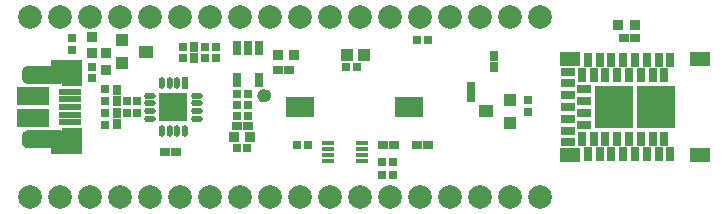
<source format=gts>
G04 Layer_Color=8388736*
%FSLAX24Y24*%
%MOIN*%
G70*
G01*
G75*
%ADD40C,0.0240*%
%ADD63R,0.0946X0.0946*%
%ADD64O,0.0395X0.0218*%
%ADD65O,0.0218X0.0395*%
%ADD66R,0.0218X0.0395*%
%ADD67R,0.0316X0.0493*%
%ADD68R,0.0434X0.0434*%
%ADD69R,0.0513X0.0434*%
%ADD70R,0.0316X0.0277*%
%ADD71R,0.0395X0.0178*%
%ADD72R,0.0938X0.0710*%
%ADD73R,0.0316X0.0474*%
%ADD74R,0.0474X0.0316*%
%ADD75R,0.1261X0.1419*%
%ADD76R,0.0671X0.0474*%
%ADD77R,0.1064X0.0641*%
%ADD78R,0.0769X0.0237*%
%ADD79R,0.0380X0.0380*%
%ADD80R,0.0395X0.0395*%
%ADD81R,0.0297X0.0297*%
%ADD82R,0.0332X0.0293*%
%ADD83R,0.0293X0.0332*%
%ADD84C,0.0159*%
%ADD85R,0.0297X0.0297*%
%ADD86R,0.0380X0.0380*%
%ADD87R,0.0655X0.0867*%
%ADD88C,0.0789*%
%ADD89O,0.0749X0.0552*%
%ADD90O,0.0631X0.0474*%
G36*
X1515Y-777D02*
X1520Y-778D01*
X1525Y-780D01*
X1530Y-782D01*
X1534Y-785D01*
X1538Y-789D01*
X1542Y-793D01*
X1545Y-797D01*
X1547Y-802D01*
X1549Y-807D01*
X1550Y-812D01*
X1550Y-817D01*
Y-1535D01*
X1550Y-1541D01*
X1549Y-1546D01*
X1547Y-1551D01*
X1545Y-1555D01*
X1542Y-1560D01*
X1538Y-1564D01*
X1534Y-1567D01*
X1530Y-1570D01*
X1525Y-1572D01*
X1520Y-1574D01*
X1515Y-1575D01*
X1510Y-1576D01*
X1234D01*
X1229Y-1575D01*
X1224Y-1574D01*
X1219Y-1572D01*
X1214Y-1570D01*
X1210Y-1567D01*
X1206Y-1564D01*
X1202Y-1560D01*
X1200Y-1555D01*
X1197Y-1551D01*
X1196Y-1546D01*
X1195Y-1541D01*
X1194Y-1535D01*
Y-1369D01*
X427D01*
X426Y-1369D01*
X425Y-1369D01*
X410Y-1368D01*
X409Y-1368D01*
X408Y-1368D01*
X393Y-1366D01*
X392Y-1366D01*
X392Y-1366D01*
X390Y-1366D01*
X387Y-1365D01*
X387Y-1365D01*
X387Y-1365D01*
X380Y-1364D01*
X379Y-1363D01*
X378Y-1363D01*
X371Y-1361D01*
X371Y-1361D01*
X357Y-1356D01*
X356Y-1356D01*
X355Y-1356D01*
X354Y-1355D01*
X352Y-1355D01*
X351Y-1354D01*
X351Y-1354D01*
X336Y-1346D01*
X334Y-1346D01*
X333Y-1345D01*
X319Y-1337D01*
X317Y-1336D01*
X316Y-1334D01*
X303Y-1325D01*
X302Y-1324D01*
X301Y-1323D01*
X289Y-1313D01*
X289Y-1313D01*
X289Y-1313D01*
X287Y-1311D01*
X285Y-1309D01*
X285Y-1309D01*
X285Y-1309D01*
X275Y-1297D01*
X274Y-1296D01*
X273Y-1295D01*
X263Y-1282D01*
X263Y-1282D01*
X263Y-1281D01*
X261Y-1279D01*
X260Y-1277D01*
X260Y-1277D01*
X260Y-1277D01*
X252Y-1263D01*
X251Y-1262D01*
X251Y-1261D01*
X244Y-1246D01*
X244Y-1246D01*
X244Y-1246D01*
X243Y-1244D01*
X242Y-1241D01*
X242Y-1241D01*
X242Y-1241D01*
X237Y-1225D01*
X236Y-1222D01*
X235Y-1220D01*
X233Y-1208D01*
X233Y-1207D01*
X233Y-1206D01*
X231Y-1191D01*
X231Y-1190D01*
X230Y-1188D01*
X230Y-1173D01*
X230Y-1172D01*
X230Y-1171D01*
Y-974D01*
X230Y-973D01*
X230Y-973D01*
X230Y-956D01*
X231Y-953D01*
X231Y-951D01*
X233Y-935D01*
X234Y-933D01*
X234Y-931D01*
X238Y-915D01*
X239Y-913D01*
X240Y-911D01*
X246Y-896D01*
X247Y-894D01*
X248Y-891D01*
X254Y-879D01*
X255Y-878D01*
X255Y-878D01*
X262Y-865D01*
X264Y-863D01*
X265Y-861D01*
X274Y-849D01*
X275Y-848D01*
X275Y-848D01*
X276Y-846D01*
X278Y-845D01*
X278Y-844D01*
X278Y-844D01*
X289Y-834D01*
X289Y-833D01*
X290Y-833D01*
X301Y-823D01*
X301Y-823D01*
X301Y-822D01*
X303Y-821D01*
X305Y-819D01*
X305Y-819D01*
X305Y-819D01*
X317Y-811D01*
X318Y-810D01*
X318Y-810D01*
X332Y-801D01*
X332Y-801D01*
X333Y-801D01*
X335Y-800D01*
X337Y-799D01*
X337Y-799D01*
X337Y-798D01*
X351Y-792D01*
X353Y-792D01*
X354Y-791D01*
X366Y-786D01*
X368Y-786D01*
X369Y-786D01*
X376Y-784D01*
X377Y-783D01*
X378Y-783D01*
X385Y-781D01*
X385Y-781D01*
X386Y-781D01*
X394Y-780D01*
X394Y-780D01*
X394Y-780D01*
X402Y-778D01*
X403Y-778D01*
X403Y-778D01*
X405Y-778D01*
X408Y-777D01*
X408Y-777D01*
X408Y-777D01*
X417Y-777D01*
X418Y-777D01*
X419Y-777D01*
X1510D01*
X1515Y-777D01*
D02*
G37*
G36*
X1515Y1575D02*
X1520Y1574D01*
X1525Y1572D01*
X1530Y1570D01*
X1534Y1567D01*
X1538Y1564D01*
X1542Y1560D01*
X1545Y1555D01*
X1547Y1551D01*
X1549Y1546D01*
X1550Y1541D01*
X1550Y1535D01*
Y817D01*
X1550Y812D01*
X1549Y807D01*
X1547Y802D01*
X1545Y797D01*
X1542Y793D01*
X1538Y789D01*
X1534Y785D01*
X1530Y782D01*
X1525Y780D01*
X1520Y778D01*
X1515Y777D01*
X1510Y777D01*
X419D01*
X418Y777D01*
X417Y777D01*
X408Y777D01*
X408Y777D01*
X408Y777D01*
X405Y778D01*
X403Y778D01*
X403Y778D01*
X402Y778D01*
X394Y780D01*
X394Y780D01*
X394Y780D01*
X386Y781D01*
X385Y781D01*
X385Y781D01*
X378Y783D01*
X377Y783D01*
X376Y784D01*
X369Y786D01*
X368Y786D01*
X366Y786D01*
X354Y791D01*
X353Y792D01*
X351Y792D01*
X337Y798D01*
X337Y799D01*
X337Y799D01*
X335Y800D01*
X333Y801D01*
X332Y801D01*
X332Y801D01*
X318Y810D01*
X318Y810D01*
X317Y811D01*
X305Y819D01*
X305Y819D01*
X305Y819D01*
X303Y821D01*
X301Y822D01*
X301Y823D01*
X301Y823D01*
X290Y833D01*
X289Y833D01*
X289Y834D01*
X278Y844D01*
X278Y844D01*
X278Y845D01*
X276Y846D01*
X275Y848D01*
X275Y848D01*
X274Y849D01*
X265Y861D01*
X264Y863D01*
X262Y865D01*
X255Y878D01*
X255Y878D01*
X254Y879D01*
X248Y891D01*
X247Y894D01*
X246Y896D01*
X240Y911D01*
X239Y913D01*
X238Y915D01*
X234Y931D01*
X234Y933D01*
X233Y935D01*
X231Y951D01*
X231Y953D01*
X230Y956D01*
X230Y973D01*
X230Y973D01*
X230Y974D01*
Y1171D01*
X230Y1172D01*
X230Y1173D01*
X230Y1188D01*
X231Y1190D01*
X231Y1191D01*
X233Y1206D01*
X233Y1207D01*
X233Y1208D01*
X235Y1220D01*
X236Y1222D01*
X237Y1225D01*
X242Y1241D01*
X242Y1241D01*
X242Y1241D01*
X243Y1244D01*
X244Y1246D01*
X244Y1246D01*
X244Y1246D01*
X251Y1261D01*
X251Y1262D01*
X252Y1263D01*
X260Y1277D01*
X260Y1277D01*
X260Y1277D01*
X261Y1279D01*
X263Y1281D01*
X263Y1282D01*
X263Y1282D01*
X273Y1295D01*
X274Y1296D01*
X275Y1297D01*
X285Y1309D01*
X285Y1309D01*
X285Y1309D01*
X287Y1311D01*
X289Y1313D01*
X289Y1313D01*
X289Y1313D01*
X301Y1323D01*
X302Y1324D01*
X303Y1325D01*
X316Y1334D01*
X317Y1336D01*
X319Y1337D01*
X333Y1345D01*
X334Y1346D01*
X336Y1346D01*
X351Y1354D01*
X351Y1354D01*
X352Y1355D01*
X354Y1355D01*
X355Y1356D01*
X356Y1356D01*
X357Y1356D01*
X371Y1361D01*
X371Y1361D01*
X378Y1363D01*
X379Y1363D01*
X380Y1364D01*
X387Y1365D01*
X387Y1365D01*
X387Y1365D01*
X390Y1366D01*
X392Y1366D01*
X392Y1366D01*
X393Y1366D01*
X408Y1368D01*
X409Y1368D01*
X410Y1368D01*
X425Y1369D01*
X426Y1369D01*
X427Y1369D01*
X1194D01*
Y1535D01*
X1195Y1541D01*
X1196Y1546D01*
X1197Y1551D01*
X1200Y1555D01*
X1202Y1560D01*
X1206Y1564D01*
X1210Y1567D01*
X1214Y1570D01*
X1219Y1572D01*
X1224Y1574D01*
X1229Y1575D01*
X1234Y1576D01*
X1510D01*
X1515Y1575D01*
D02*
G37*
D40*
X8421Y379D02*
G03*
X8421Y379I-110J0D01*
G01*
X8399D02*
G03*
X8399Y379I-110J0D01*
G01*
D63*
X5275Y0D02*
D03*
D64*
X6070Y384D02*
D03*
Y128D02*
D03*
Y-128D02*
D03*
Y-384D02*
D03*
X4480Y-386D02*
D03*
Y-130D02*
D03*
Y126D02*
D03*
Y382D02*
D03*
D65*
X5659Y-795D02*
D03*
X5403D02*
D03*
X5147D02*
D03*
X4891D02*
D03*
Y795D02*
D03*
X5147D02*
D03*
X5403D02*
D03*
D66*
X5659D02*
D03*
D67*
X8134Y1962D02*
D03*
X7760D02*
D03*
X7386D02*
D03*
Y918D02*
D03*
X8134D02*
D03*
D68*
X3550Y2230D02*
D03*
Y1480D02*
D03*
X16490Y-520D02*
D03*
Y230D02*
D03*
D69*
X4350Y1850D02*
D03*
X15690Y-140D02*
D03*
D70*
X3000Y200D02*
D03*
Y594D02*
D03*
X2550Y956D02*
D03*
Y1350D02*
D03*
X17110Y-164D02*
D03*
Y230D02*
D03*
X1900Y2300D02*
D03*
Y1906D02*
D03*
X3000Y-192D02*
D03*
Y-585D02*
D03*
D71*
X10433Y-1205D02*
D03*
Y-1402D02*
D03*
Y-1598D02*
D03*
Y-1795D02*
D03*
X11567Y-1205D02*
D03*
Y-1402D02*
D03*
Y-1598D02*
D03*
Y-1795D02*
D03*
D72*
X9500Y0D02*
D03*
X13122D02*
D03*
D73*
X21840Y-1575D02*
D03*
X21447D02*
D03*
X21053D02*
D03*
X20659D02*
D03*
X20266D02*
D03*
X19872D02*
D03*
X19478D02*
D03*
X19084D02*
D03*
X21644Y-1063D02*
D03*
X21250D02*
D03*
X20856D02*
D03*
X20462D02*
D03*
X20069D02*
D03*
X19675D02*
D03*
X19281D02*
D03*
X18888D02*
D03*
Y1063D02*
D03*
X19281D02*
D03*
X19675D02*
D03*
X20069D02*
D03*
X20462D02*
D03*
X20856D02*
D03*
X21250D02*
D03*
X21644D02*
D03*
X19084Y1575D02*
D03*
X19478D02*
D03*
X19872D02*
D03*
X20266D02*
D03*
X20659D02*
D03*
X21053D02*
D03*
X21447D02*
D03*
X21840D02*
D03*
D74*
X18947Y-591D02*
D03*
Y-197D02*
D03*
Y197D02*
D03*
Y591D02*
D03*
X18435Y-1181D02*
D03*
Y-787D02*
D03*
Y-394D02*
D03*
Y0D02*
D03*
Y394D02*
D03*
Y787D02*
D03*
Y1181D02*
D03*
D75*
X21368Y0D02*
D03*
X19951D02*
D03*
D76*
X22825Y1614D02*
D03*
X18494D02*
D03*
Y-1614D02*
D03*
X22825D02*
D03*
D77*
X604Y-379D02*
D03*
Y379D02*
D03*
D78*
X1815Y-512D02*
D03*
Y-256D02*
D03*
Y512D02*
D03*
Y256D02*
D03*
Y0D02*
D03*
D79*
X7290Y-1010D02*
D03*
X7840D02*
D03*
X20100Y2750D02*
D03*
X20650D02*
D03*
X9300Y1750D02*
D03*
X8750D02*
D03*
D80*
X11050Y1751D02*
D03*
X11641D02*
D03*
D81*
X12243Y-2250D02*
D03*
X12597D02*
D03*
X13393Y2230D02*
D03*
X13747D02*
D03*
X4077Y197D02*
D03*
X3723D02*
D03*
Y-192D02*
D03*
X4077D02*
D03*
X7383Y-1380D02*
D03*
X7737D02*
D03*
X7393Y430D02*
D03*
X7747D02*
D03*
Y70D02*
D03*
X7393D02*
D03*
Y-300D02*
D03*
X7747D02*
D03*
X11043Y1340D02*
D03*
X11397D02*
D03*
X9750Y-1250D02*
D03*
X9396D02*
D03*
X12597Y-1840D02*
D03*
X12243D02*
D03*
D82*
X20297Y2296D02*
D03*
X20659D02*
D03*
X5000Y-1500D02*
D03*
X5362D02*
D03*
X7389Y-640D02*
D03*
X7751D02*
D03*
X13750Y-1250D02*
D03*
X13388D02*
D03*
X9112Y1250D02*
D03*
X8750D02*
D03*
X12250Y-1250D02*
D03*
X12612D02*
D03*
D83*
X15950Y1339D02*
D03*
Y1701D02*
D03*
X15200Y319D02*
D03*
Y681D02*
D03*
X3390Y560D02*
D03*
Y198D02*
D03*
Y-189D02*
D03*
Y-551D02*
D03*
X5960Y2001D02*
D03*
Y1639D02*
D03*
D84*
X8433Y379D02*
D03*
X8167D02*
D03*
D85*
X6700Y1997D02*
D03*
Y1643D02*
D03*
X6320D02*
D03*
Y1997D02*
D03*
X5600Y2000D02*
D03*
Y1646D02*
D03*
D86*
X2550Y1800D02*
D03*
Y2350D02*
D03*
X3020Y1800D02*
D03*
Y1250D02*
D03*
D87*
X1896Y1142D02*
D03*
Y-1142D02*
D03*
D88*
X500Y-3000D02*
D03*
X1500D02*
D03*
X2500D02*
D03*
X3500D02*
D03*
X4500D02*
D03*
X5500D02*
D03*
X6500D02*
D03*
X7500D02*
D03*
X8500D02*
D03*
X9500D02*
D03*
X10500D02*
D03*
X11500D02*
D03*
X12500D02*
D03*
X13500D02*
D03*
X14500D02*
D03*
X15500D02*
D03*
X16500D02*
D03*
X17500D02*
D03*
Y3000D02*
D03*
X16500D02*
D03*
X15500D02*
D03*
X14500D02*
D03*
X13500D02*
D03*
X12500D02*
D03*
X11500D02*
D03*
X10500D02*
D03*
X9500D02*
D03*
X8500D02*
D03*
X7500D02*
D03*
X6500D02*
D03*
X5500D02*
D03*
X4500D02*
D03*
X3500D02*
D03*
X2500D02*
D03*
X1500D02*
D03*
X500D02*
D03*
D89*
X703Y1073D02*
D03*
Y-1073D02*
D03*
D90*
X1896Y955D02*
D03*
Y-955D02*
D03*
M02*

</source>
